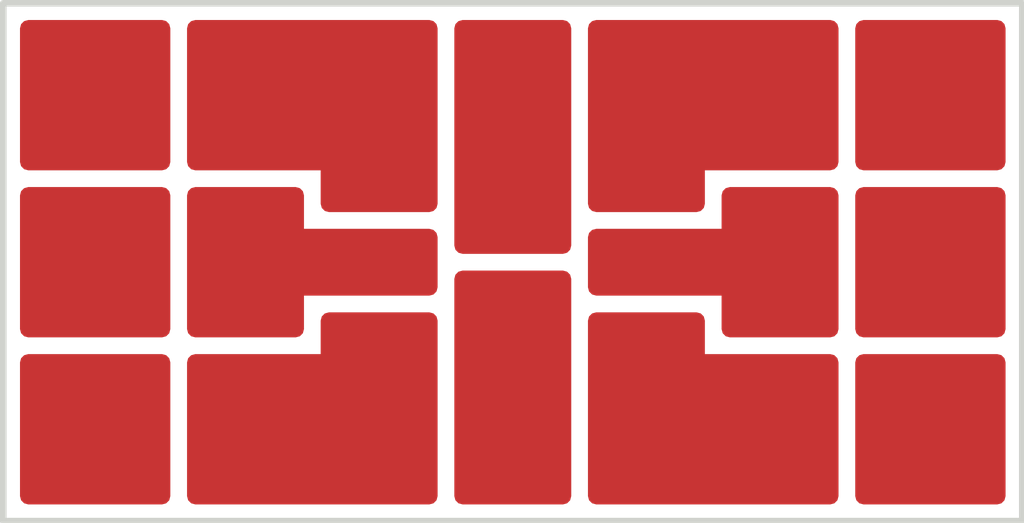
<source format=kicad_pcb>
(kicad_pcb (version 20221018) (generator pcbnew)

  (general
    (thickness 1.6)
  )

  (paper "A4")
  (layers
    (0 "F.Cu" signal)
    (31 "B.Cu" signal)
    (32 "B.Adhes" user "B.Adhesive")
    (33 "F.Adhes" user "F.Adhesive")
    (34 "B.Paste" user)
    (35 "F.Paste" user)
    (36 "B.SilkS" user "B.Silkscreen")
    (37 "F.SilkS" user "F.Silkscreen")
    (38 "B.Mask" user)
    (39 "F.Mask" user)
    (40 "Dwgs.User" user "User.Drawings")
    (41 "Cmts.User" user "User.Comments")
    (42 "Eco1.User" user "User.Eco1")
    (43 "Eco2.User" user "User.Eco2")
    (44 "Edge.Cuts" user)
    (45 "Margin" user)
    (46 "B.CrtYd" user "B.Courtyard")
    (47 "F.CrtYd" user "F.Courtyard")
    (48 "B.Fab" user)
    (49 "F.Fab" user)
    (50 "User.1" user)
    (51 "User.2" user)
    (52 "User.3" user)
    (53 "User.4" user)
    (54 "User.5" user)
    (55 "User.6" user)
    (56 "User.7" user)
    (57 "User.8" user)
    (58 "User.9" user)
  )

  (setup
    (pad_to_mask_clearance 0)
    (pcbplotparams
      (layerselection 0x00010fc_ffffffff)
      (plot_on_all_layers_selection 0x0000000_00000000)
      (disableapertmacros false)
      (usegerberextensions false)
      (usegerberattributes true)
      (usegerberadvancedattributes true)
      (creategerberjobfile true)
      (dashed_line_dash_ratio 12.000000)
      (dashed_line_gap_ratio 3.000000)
      (svgprecision 4)
      (plotframeref false)
      (viasonmask false)
      (mode 1)
      (useauxorigin false)
      (hpglpennumber 1)
      (hpglpenspeed 20)
      (hpglpendiameter 15.000000)
      (dxfpolygonmode true)
      (dxfimperialunits true)
      (dxfusepcbnewfont true)
      (psnegative false)
      (psa4output false)
      (plotreference true)
      (plotvalue true)
      (plotinvisibletext false)
      (sketchpadsonfab false)
      (subtractmaskfromsilk false)
      (outputformat 1)
      (mirror false)
      (drillshape 1)
      (scaleselection 1)
      (outputdirectory "")
    )
  )

  (net 0 "")

  (gr_rect (start 135.763 105.283) (end 151.257 113.157)
    (stroke (width 0.1) (type default)) (fill none) (layer "Edge.Cuts") (tstamp bc904fe8-a40f-43c2-9dd3-4dff57fac9af))

  (zone (net 0) (net_name "") (layer "F.Cu") (tstamp 0a4abed1-3461-41c1-b781-4dd8efc02095) (hatch edge 0.508)
    (priority 3)
    (connect_pads (clearance 0.127))
    (min_thickness 0.254) (filled_areas_thickness no)
    (fill yes (thermal_gap 0.508) (thermal_bridge_width 0.508) (island_removal_mode 1) (island_area_min 10))
    (polygon
      (pts
        (xy 148.463 107.823)
        (xy 146.431 107.823)
        (xy 146.431 108.458)
        (xy 144.653 108.458)
        (xy 144.653 105.537)
        (xy 148.463 105.537)
      )
    )
    (filled_polygon
      (layer "F.Cu")
      (island)
      (pts
        (xy 148.4 105.553881)
        (xy 148.446119 105.6)
        (xy 148.463 105.663)
        (xy 148.463 107.697)
        (xy 148.446119 107.76)
        (xy 148.4 107.806119)
        (xy 148.337 107.823)
        (xy 146.431 107.823)
        (xy 146.431 107.83959)
        (xy 146.431 108.332)
        (xy 146.414119 108.395)
        (xy 146.368 108.441119)
        (xy 146.305 108.458)
        (xy 144.779 108.458)
        (xy 144.716 108.441119)
        (xy 144.669881 108.395)
        (xy 144.653 108.332)
        (xy 144.653 105.663)
        (xy 144.669881 105.6)
        (xy 144.716 105.553881)
        (xy 144.779 105.537)
        (xy 148.337 105.537)
      )
    )
  )
  (zone (net 0) (net_name "") (layer "F.Cu") (tstamp 1d73abf7-0af2-4626-b932-ce81233f42f2) (hatch edge 0.508)
    (priority 3)
    (connect_pads (clearance 0.127))
    (min_thickness 0.254) (filled_areas_thickness no)
    (fill yes (thermal_gap 0.508) (thermal_bridge_width 0.508) (island_removal_mode 1) (island_area_min 10))
    (polygon
      (pts
        (xy 138.557 110.617)
        (xy 140.589 110.617)
        (xy 140.589 109.982)
        (xy 142.367 109.982)
        (xy 142.367 112.903)
        (xy 138.557 112.903)
      )
    )
    (filled_polygon
      (layer "F.Cu")
      (island)
      (pts
        (xy 142.304 109.998881)
        (xy 142.350119 110.045)
        (xy 142.367 110.108)
        (xy 142.367 112.777)
        (xy 142.350119 112.84)
        (xy 142.304 112.886119)
        (xy 142.241 112.903)
        (xy 138.683 112.903)
        (xy 138.62 112.886119)
        (xy 138.573881 112.84)
        (xy 138.557 112.777)
        (xy 138.557 110.743)
        (xy 138.573881 110.68)
        (xy 138.62 110.633881)
        (xy 138.683 110.617)
        (xy 140.57241 110.617)
        (xy 140.589 110.617)
        (xy 140.589 110.108)
        (xy 140.605881 110.045)
        (xy 140.652 109.998881)
        (xy 140.715 109.982)
        (xy 142.241 109.982)
      )
    )
  )
  (zone (net 0) (net_name "") (layer "F.Cu") (tstamp 1eb827c1-e81e-449a-84bb-d1238ee3470f) (hatch edge 0.508)
    (connect_pads (clearance 0.127))
    (min_thickness 0.254) (filled_areas_thickness no)
    (fill yes (thermal_gap 0.508) (thermal_bridge_width 0.508) (island_removal_mode 1) (island_area_min 10))
    (polygon
      (pts
        (xy 138.303 107.823)
        (xy 136.017 107.823)
        (xy 136.017 105.537)
        (xy 138.303 105.537)
      )
    )
    (filled_polygon
      (layer "F.Cu")
      (island)
      (pts
        (xy 138.24 105.553881)
        (xy 138.286119 105.6)
        (xy 138.303 105.663)
        (xy 138.303 107.697)
        (xy 138.286119 107.76)
        (xy 138.24 107.806119)
        (xy 138.177 107.823)
        (xy 136.143 107.823)
        (xy 136.08 107.806119)
        (xy 136.033881 107.76)
        (xy 136.017 107.697)
        (xy 136.017 105.663)
        (xy 136.033881 105.6)
        (xy 136.08 105.553881)
        (xy 136.143 105.537)
        (xy 138.177 105.537)
      )
    )
  )
  (zone (net 0) (net_name "") (layer "F.Cu") (tstamp 2ca1e7ff-3247-444b-a2a5-b9d6a0c31f39) (hatch edge 0.508)
    (priority 5)
    (connect_pads (clearance 0.127))
    (min_thickness 0.254) (filled_areas_thickness no)
    (fill yes (thermal_gap 0.508) (thermal_bridge_width 0.508) (island_removal_mode 1) (island_area_min 10))
    (polygon
      (pts
        (xy 142.621 109.347)
        (xy 142.621 112.903)
        (xy 144.399 112.903)
        (xy 144.399 109.347)
      )
    )
    (filled_polygon
      (layer "F.Cu")
      (island)
      (pts
        (xy 144.336 109.363881)
        (xy 144.382119 109.41)
        (xy 144.399 109.473)
        (xy 144.399 112.777)
        (xy 144.382119 112.84)
        (xy 144.336 112.886119)
        (xy 144.273 112.903)
        (xy 142.747 112.903)
        (xy 142.684 112.886119)
        (xy 142.637881 112.84)
        (xy 142.621 112.777)
        (xy 142.621 109.473)
        (xy 142.637881 109.41)
        (xy 142.684 109.363881)
        (xy 142.747 109.347)
        (xy 144.273 109.347)
      )
    )
  )
  (zone (net 0) (net_name "") (layer "F.Cu") (tstamp 3ee323de-8818-48f3-b29b-561f29b6e6b4) (hatch edge 0.508)
    (connect_pads (clearance 0.127))
    (min_thickness 0.254) (filled_areas_thickness no)
    (fill yes (thermal_gap 0.508) (thermal_bridge_width 0.508) (island_removal_mode 1) (island_area_min 10))
    (polygon
      (pts
        (xy 151.003 107.823)
        (xy 148.717 107.823)
        (xy 148.717 105.537)
        (xy 151.003 105.537)
      )
    )
    (filled_polygon
      (layer "F.Cu")
      (island)
      (pts
        (xy 150.94 105.553881)
        (xy 150.986119 105.6)
        (xy 151.003 105.663)
        (xy 151.003 107.697)
        (xy 150.986119 107.76)
        (xy 150.94 107.806119)
        (xy 150.877 107.823)
        (xy 148.843 107.823)
        (xy 148.78 107.806119)
        (xy 148.733881 107.76)
        (xy 148.717 107.697)
        (xy 148.717 105.663)
        (xy 148.733881 105.6)
        (xy 148.78 105.553881)
        (xy 148.843 105.537)
        (xy 150.877 105.537)
      )
    )
  )
  (zone (net 0) (net_name "") (layer "F.Cu") (tstamp 57bd2322-1e33-46b3-a422-de512a9f4479) (hatch edge 0.508)
    (priority 4)
    (connect_pads (clearance 0.127))
    (min_thickness 0.254) (filled_areas_thickness no)
    (fill yes (thermal_gap 0.508) (thermal_bridge_width 0.508) (island_removal_mode 1) (island_area_min 10))
    (polygon
      (pts
        (xy 142.621 105.537)
        (xy 142.621 109.093)
        (xy 144.399 109.093)
        (xy 144.399 105.537)
      )
    )
    (filled_polygon
      (layer "F.Cu")
      (island)
      (pts
        (xy 144.336 105.553881)
        (xy 144.382119 105.6)
        (xy 144.399 105.663)
        (xy 144.399 108.967)
        (xy 144.382119 109.03)
        (xy 144.336 109.076119)
        (xy 144.273 109.093)
        (xy 142.747 109.093)
        (xy 142.684 109.076119)
        (xy 142.637881 109.03)
        (xy 142.621 108.967)
        (xy 142.621 105.663)
        (xy 142.637881 105.6)
        (xy 142.684 105.553881)
        (xy 142.747 105.537)
        (xy 144.273 105.537)
      )
    )
  )
  (zone (net 0) (net_name "") (layer "F.Cu") (tstamp 96862604-3543-477e-b9a5-319d6f811c3f) (hatch edge 0.508)
    (priority 2)
    (connect_pads (clearance 0.127))
    (min_thickness 0.254) (filled_areas_thickness no)
    (fill yes (thermal_gap 0.508) (thermal_bridge_width 0.508) (island_removal_mode 1) (island_area_min 10))
    (polygon
      (pts
        (xy 148.463 112.903)
        (xy 148.463 110.617)
        (xy 146.431 110.617)
        (xy 146.431 109.982)
        (xy 144.653 109.982)
        (xy 144.653 112.903)
      )
    )
    (filled_polygon
      (layer "F.Cu")
      (island)
      (pts
        (xy 146.368 109.998881)
        (xy 146.414119 110.045)
        (xy 146.431 110.108)
        (xy 146.431 110.617)
        (xy 148.337 110.617)
        (xy 148.4 110.633881)
        (xy 148.446119 110.68)
        (xy 148.463 110.743)
        (xy 148.463 112.777)
        (xy 148.446119 112.84)
        (xy 148.4 112.886119)
        (xy 148.337 112.903)
        (xy 144.779 112.903)
        (xy 144.716 112.886119)
        (xy 144.669881 112.84)
        (xy 144.653 112.777)
        (xy 144.653 110.108)
        (xy 144.669881 110.045)
        (xy 144.716 109.998881)
        (xy 144.779 109.982)
        (xy 146.305 109.982)
      )
    )
  )
  (zone (net 0) (net_name "") (layer "F.Cu") (tstamp 9fa8b0b2-0cea-447f-8a6f-6a947ad2a405) (hatch edge 0.508)
    (connect_pads (clearance 0.127))
    (min_thickness 0.254) (filled_areas_thickness no)
    (fill yes (thermal_gap 0.508) (thermal_bridge_width 0.508) (island_removal_mode 1) (island_area_min 10))
    (polygon
      (pts
        (xy 151.003 110.363)
        (xy 148.717 110.363)
        (xy 148.717 108.077)
        (xy 151.003 108.077)
      )
    )
    (filled_polygon
      (layer "F.Cu")
      (island)
      (pts
        (xy 150.94 108.093881)
        (xy 150.986119 108.14)
        (xy 151.003 108.203)
        (xy 151.003 110.237)
        (xy 150.986119 110.3)
        (xy 150.94 110.346119)
        (xy 150.877 110.363)
        (xy 148.843 110.363)
        (xy 148.78 110.346119)
        (xy 148.733881 110.3)
        (xy 148.717 110.237)
        (xy 148.717 108.203)
        (xy 148.733881 108.14)
        (xy 148.78 108.093881)
        (xy 148.843 108.077)
        (xy 150.877 108.077)
      )
    )
  )
  (zone (net 0) (net_name "") (layer "F.Cu") (tstamp bb487e72-918e-4f81-83cc-948a5d89f671) (hatch edge 0.508)
    (priority 1)
    (connect_pads (clearance 0.127))
    (min_thickness 0.254) (filled_areas_thickness no)
    (fill yes (thermal_gap 0.508) (thermal_bridge_width 0.508) (island_removal_mode 1) (island_area_min 10))
    (polygon
      (pts
        (xy 138.557 108.077)
        (xy 140.335 108.077)
        (xy 140.335 108.712)
        (xy 142.367 108.712)
        (xy 142.367 109.728)
        (xy 140.335 109.728)
        (xy 140.335 110.363)
        (xy 138.557 110.363)
      )
    )
    (filled_polygon
      (layer "F.Cu")
      (island)
      (pts
        (xy 140.272 108.093881)
        (xy 140.318119 108.14)
        (xy 140.335 108.203)
        (xy 140.335 108.712)
        (xy 142.241 108.712)
        (xy 142.304 108.728881)
        (xy 142.350119 108.775)
        (xy 142.367 108.838)
        (xy 142.367 109.602)
        (xy 142.350119 109.665)
        (xy 142.304 109.711119)
        (xy 142.241 109.728)
        (xy 140.335 109.728)
        (xy 140.335 109.74459)
        (xy 140.335 110.237)
        (xy 140.318119 110.3)
        (xy 140.272 110.346119)
        (xy 140.209 110.363)
        (xy 138.683 110.363)
        (xy 138.62 110.346119)
        (xy 138.573881 110.3)
        (xy 138.557 110.237)
        (xy 138.557 108.203)
        (xy 138.573881 108.14)
        (xy 138.62 108.093881)
        (xy 138.683 108.077)
        (xy 140.209 108.077)
      )
    )
  )
  (zone (net 0) (net_name "") (layer "F.Cu") (tstamp c487a478-7381-4d86-9d97-2d60168b5e2b) (hatch edge 0.508)
    (priority 2)
    (connect_pads (clearance 0.127))
    (min_thickness 0.254) (filled_areas_thickness no)
    (fill yes (thermal_gap 0.508) (thermal_bridge_width 0.508) (island_removal_mode 1) (island_area_min 10))
    (polygon
      (pts
        (xy 138.557 105.537)
        (xy 138.557 107.823)
        (xy 140.589 107.823)
        (xy 140.589 108.458)
        (xy 142.367 108.458)
        (xy 142.367 105.537)
      )
    )
    (filled_polygon
      (layer "F.Cu")
      (island)
      (pts
        (xy 142.304 105.553881)
        (xy 142.350119 105.6)
        (xy 142.367 105.663)
        (xy 142.367 108.332)
        (xy 142.350119 108.395)
        (xy 142.304 108.441119)
        (xy 142.241 108.458)
        (xy 140.715 108.458)
        (xy 140.652 108.441119)
        (xy 140.605881 108.395)
        (xy 140.589 108.332)
        (xy 140.589 107.83959)
        (xy 140.589 107.823)
        (xy 140.57241 107.823)
        (xy 138.683 107.823)
        (xy 138.62 107.806119)
        (xy 138.573881 107.76)
        (xy 138.557 107.697)
        (xy 138.557 105.663)
        (xy 138.573881 105.6)
        (xy 138.62 105.553881)
        (xy 138.683 105.537)
        (xy 142.241 105.537)
      )
    )
  )
  (zone (net 0) (net_name "") (layer "F.Cu") (tstamp d5b55069-ff74-4dcf-8f72-a7c184f10680) (hatch edge 0.508)
    (connect_pads (clearance 0.127))
    (min_thickness 0.254) (filled_areas_thickness no)
    (fill yes (thermal_gap 0.508) (thermal_bridge_width 0.508) (island_removal_mode 1) (island_area_min 10))
    (polygon
      (pts
        (xy 151.003 112.903)
        (xy 148.717 112.903)
        (xy 148.717 110.617)
        (xy 151.003 110.617)
      )
    )
    (filled_polygon
      (layer "F.Cu")
      (island)
      (pts
        (xy 150.94 110.633881)
        (xy 150.986119 110.68)
        (xy 151.003 110.743)
        (xy 151.003 112.777)
        (xy 150.986119 112.84)
        (xy 150.94 112.886119)
        (xy 150.877 112.903)
        (xy 148.843 112.903)
        (xy 148.78 112.886119)
        (xy 148.733881 112.84)
        (xy 148.717 112.777)
        (xy 148.717 110.743)
        (xy 148.733881 110.68)
        (xy 148.78 110.633881)
        (xy 148.843 110.617)
        (xy 150.877 110.617)
      )
    )
  )
  (zone (net 0) (net_name "") (layer "F.Cu") (tstamp d7812872-de2f-4e92-a9f7-441984341cf0) (hatch edge 0.508)
    (connect_pads (clearance 0.127))
    (min_thickness 0.254) (filled_areas_thickness no)
    (fill yes (thermal_gap 0.508) (thermal_bridge_width 0.508) (island_removal_mode 1) (island_area_min 10))
    (polygon
      (pts
        (xy 138.303 112.903)
        (xy 136.017 112.903)
        (xy 136.017 110.617)
        (xy 138.303 110.617)
      )
    )
    (filled_polygon
      (layer "F.Cu")
      (island)
      (pts
        (xy 138.24 110.633881)
        (xy 138.286119 110.68)
        (xy 138.303 110.743)
        (xy 138.303 112.777)
        (xy 138.286119 112.84)
        (xy 138.24 112.886119)
        (xy 138.177 112.903)
        (xy 136.143 112.903)
        (xy 136.08 112.886119)
        (xy 136.033881 112.84)
        (xy 136.017 112.777)
        (xy 136.017 110.743)
        (xy 136.033881 110.68)
        (xy 136.08 110.633881)
        (xy 136.143 110.617)
        (xy 138.177 110.617)
      )
    )
  )
  (zone (net 0) (net_name "") (layer "F.Cu") (tstamp d90c7f28-2aef-4fac-a73f-d8e3c2410b6a) (hatch edge 0.508)
    (priority 1)
    (connect_pads (clearance 0.127))
    (min_thickness 0.254) (filled_areas_thickness no)
    (fill yes (thermal_gap 0.508) (thermal_bridge_width 0.508) (island_removal_mode 1) (island_area_min 10))
    (polygon
      (pts
        (xy 148.463 110.363)
        (xy 146.685 110.363)
        (xy 146.685 109.728)
        (xy 144.653 109.728)
        (xy 144.653 108.712)
        (xy 146.685 108.712)
        (xy 146.685 108.077)
        (xy 148.463 108.077)
      )
    )
    (filled_polygon
      (layer "F.Cu")
      (island)
      (pts
        (xy 148.4 108.093881)
        (xy 148.446119 108.14)
        (xy 148.463 108.203)
        (xy 148.463 110.237)
        (xy 148.446119 110.3)
        (xy 148.4 110.346119)
        (xy 148.337 110.363)
        (xy 146.811 110.363)
        (xy 146.748 110.346119)
        (xy 146.701881 110.3)
        (xy 146.685 110.237)
        (xy 146.685 109.74459)
        (xy 146.685 109.728)
        (xy 146.66841 109.728)
        (xy 144.779 109.728)
        (xy 144.716 109.711119)
        (xy 144.669881 109.665)
        (xy 144.653 109.602)
        (xy 144.653 108.838)
        (xy 144.669881 108.775)
        (xy 144.716 108.728881)
        (xy 144.779 108.712)
        (xy 146.66841 108.712)
        (xy 146.685 108.712)
        (xy 146.685 108.203)
        (xy 146.701881 108.14)
        (xy 146.748 108.093881)
        (xy 146.811 108.077)
        (xy 148.337 108.077)
      )
    )
  )
  (zone (net 0) (net_name "") (layer "F.Cu") (tstamp fc95a286-3673-4ab8-bde0-1c28ac4020ae) (hatch edge 0.508)
    (connect_pads (clearance 0.127))
    (min_thickness 0.254) (filled_areas_thickness no)
    (fill yes (thermal_gap 0.508) (thermal_bridge_width 0.508) (island_removal_mode 1) (island_area_min 10))
    (polygon
      (pts
        (xy 138.303 110.363)
        (xy 136.017 110.363)
        (xy 136.017 108.077)
        (xy 138.303 108.077)
      )
    )
    (filled_polygon
      (layer "F.Cu")
      (island)
      (pts
        (xy 138.24 108.093881)
        (xy 138.286119 108.14)
        (xy 138.303 108.203)
        (xy 138.303 110.237)
        (xy 138.286119 110.3)
        (xy 138.24 110.346119)
        (xy 138.177 110.363)
        (xy 136.143 110.363)
        (xy 136.08 110.346119)
        (xy 136.033881 110.3)
        (xy 136.017 110.237)
        (xy 136.017 108.203)
        (xy 136.033881 108.14)
        (xy 136.08 108.093881)
        (xy 136.143 108.077)
        (xy 138.177 108.077)
      )
    )
  )
  (zone (net 0) (net_name "") (layers "*.Mask") (tstamp ee8f7387-0417-4163-ab2d-1ad214850213) (hatch edge 0.508)
    (connect_pads (clearance 0.127))
    (min_thickness 0.254) (filled_areas_thickness no)
    (fill yes (thermal_gap 0.508) (thermal_bridge_width 0.508) (island_removal_mode 1) (island_area_min 10))
    (polygon
      (pts
        (xy 135.763 105.283)
        (xy 135.763 113.157)
        (xy 151.257 113.157)
        (xy 151.257 105.283)
      )
    )
    (filled_polygon
      (layer "B.Mask")
      (island)
      (pts
        (xy 151.194 105.299881)
        (xy 151.240119 105.346)
        (xy 151.257 105.409)
        (xy 151.257 113.031)
        (xy 151.240119 113.094)
        (xy 151.194 113.140119)
        (xy 151.131 113.157)
        (xy 135.889 113.157)
        (xy 135.826 113.140119)
        (xy 135.779881 113.094)
        (xy 135.763 113.031)
        (xy 135.763 105.409)
        (xy 135.779881 105.346)
        (xy 135.826 105.299881)
        (xy 135.889 105.283)
        (xy 151.131 105.283)
      )
    )
    (filled_polygon
      (layer "F.Mask")
      (island)
      (pts
        (xy 151.194 105.299881)
        (xy 151.240119 105.346)
        (xy 151.257 105.409)
        (xy 151.257 113.031)
        (xy 151.240119 113.094)
        (xy 151.194 113.140119)
        (xy 151.131 113.157)
        (xy 135.889 113.157)
        (xy 135.826 113.140119)
        (xy 135.779881 113.094)
        (xy 135.763 113.031)
        (xy 135.763 105.409)
        (xy 135.779881 105.346)
        (xy 135.826 105.299881)
        (xy 135.889 105.283)
        (xy 151.131 105.283)
      )
    )
  )
)

</source>
